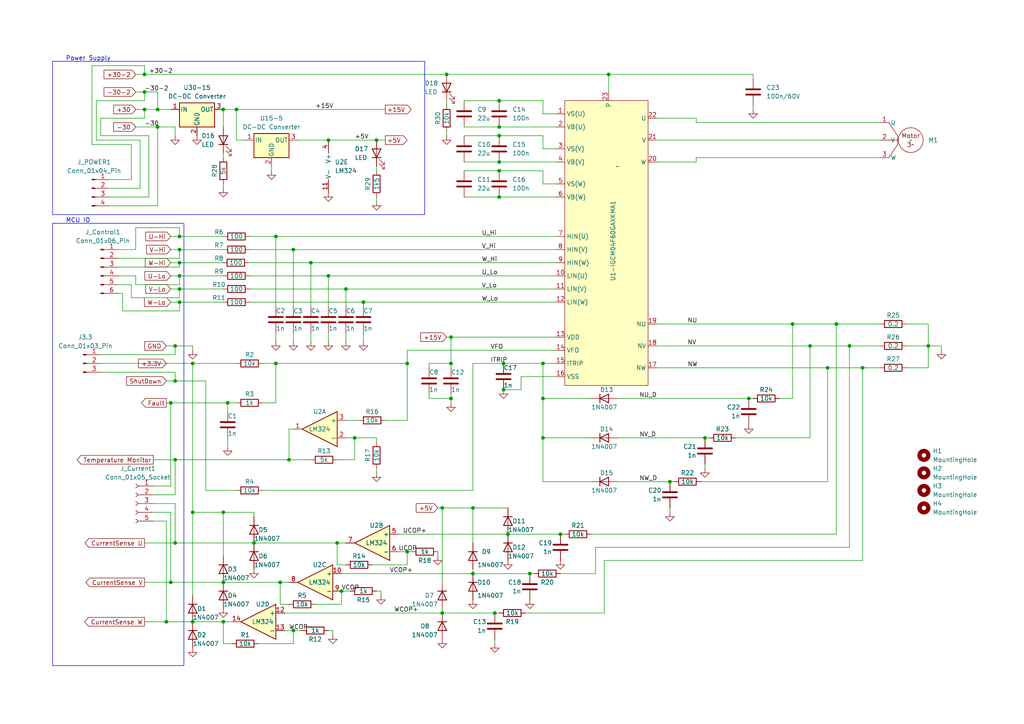
<source format=kicad_sch>
(kicad_sch (version 20230121) (generator eeschema)
  (paper "A4")
  (junction (at 55.88 180.34))
  (junction (at 80.01 68.58))
  (junction (at 146.05 105.41))
  (junction (at 97.79 157.48))
  (junction (at 153.67 166.37))
  (junction (at 55.88 148.59))
  (junction (at 90.17 76.2))
  (junction (at 137.16 166.37))
  (junction (at 130.81 105.41))
  (junction (at 157.48 105.41))
  (junction (at 246.38 100.33))
  (junction (at 68.58 31.75))
  (junction (at 66.04 116.84))
  (junction (at 64.77 31.75))
  (junction (at 52.07 72.39))
  (junction (at 102.87 127))
  (junction (at 55.88 105.41))
  (junction (at 204.47 127))
  (junction (at 50.8 133.35))
  (junction (at 118.11 105.41))
  (junction (at 52.07 76.2))
  (junction (at 81.28 168.91))
  (junction (at 45.72 31.75))
  (junction (at 52.07 68.58))
  (junction (at 85.09 72.39))
  (junction (at 162.56 154.94))
  (junction (at 64.77 168.91))
  (junction (at 194.31 139.7))
  (junction (at 95.25 40.64))
  (junction (at 49.53 116.84))
  (junction (at 129.54 21.59))
  (junction (at 147.32 154.94))
  (junction (at 130.81 115.57))
  (junction (at 80.01 105.41))
  (junction (at 52.07 87.63))
  (junction (at 45.72 36.83))
  (junction (at 105.41 87.63))
  (junction (at 137.16 147.32))
  (junction (at 50.8 157.48))
  (junction (at 85.09 182.88))
  (junction (at 64.77 148.59))
  (junction (at 83.82 133.35))
  (junction (at 50.8 110.49))
  (junction (at 130.81 97.79))
  (junction (at 100.33 83.82))
  (junction (at 144.78 36.83))
  (junction (at 48.26 180.34))
  (junction (at 52.07 83.82))
  (junction (at 144.78 57.15))
  (junction (at 144.78 49.53))
  (junction (at 99.06 171.45))
  (junction (at 52.07 80.01))
  (junction (at 234.95 100.33))
  (junction (at 176.53 21.59))
  (junction (at 41.91 21.59))
  (junction (at 41.91 26.67))
  (junction (at 41.91 31.75))
  (junction (at 143.51 177.8))
  (junction (at 128.27 147.32))
  (junction (at 144.78 46.99))
  (junction (at 242.57 93.98))
  (junction (at 109.22 40.64))
  (junction (at 144.78 39.37))
  (junction (at 217.17 115.57))
  (junction (at 128.27 177.8))
  (junction (at 229.87 93.98))
  (junction (at 157.48 115.57))
  (junction (at 269.24 100.33))
  (junction (at 146.05 113.03))
  (junction (at 118.11 160.02))
  (junction (at 49.53 168.91))
  (junction (at 144.78 29.21))
  (junction (at 157.48 127))
  (junction (at 95.25 80.01))
  (junction (at 73.66 157.48))
  (junction (at 240.03 106.68))
  (junction (at 64.77 180.34))
  (junction (at 250.19 106.68))
  (junction (at 50.8 100.33))
  (wire (pts (xy 43.18 57.15) (xy 43.18 39.37)))
  (wire (pts (xy 128.27 177.8) (xy 143.51 177.8)))
  (wire (pts (xy 27.94 29.21) (xy 41.91 29.21)))
  (wire (pts (xy 45.72 31.75) (xy 49.53 31.75)))
  (wire (pts (xy 95.25 80.01) (xy 95.25 88.9)))
  (wire (pts (xy 234.95 127) (xy 234.95 100.33)))
  (wire (pts (xy 269.24 106.68) (xy 269.24 100.33)))
  (wire (pts (xy 109.22 48.26) (xy 109.22 49.53)))
  (wire (pts (xy 85.09 182.88) (xy 82.55 182.88)))
  (wire (pts (xy 41.91 180.34) (xy 48.26 180.34)))
  (wire (pts (xy 39.37 26.67) (xy 41.91 26.67)))
  (wire (pts (xy 73.66 157.48) (xy 97.79 157.48)))
  (wire (pts (xy 82.55 177.8) (xy 128.27 177.8)))
  (wire (pts (xy 50.8 143.51) (xy 50.8 133.35)))
  (wire (pts (xy 29.21 34.29) (xy 41.91 34.29)))
  (wire (pts (xy 41.91 21.59) (xy 129.54 21.59)))
  (wire (pts (xy 161.29 109.22) (xy 151.13 109.22)))
  (wire (pts (xy 64.77 186.69) (xy 67.31 186.69)))
  (wire (pts (xy 55.88 100.33) (xy 55.88 101.6)))
  (wire (pts (xy 72.39 83.82) (xy 100.33 83.82)))
  (wire (pts (xy 128.27 147.32) (xy 128.27 168.91)))
  (wire (pts (xy 72.39 68.58) (xy 80.01 68.58)))
  (wire (pts (xy 85.09 186.69) (xy 85.09 182.88)))
  (wire (pts (xy 124.46 115.57) (xy 124.46 114.3)))
  (wire (pts (xy 64.77 44.45) (xy 64.77 45.72)))
  (wire (pts (xy 48.26 151.13) (xy 48.26 180.34)))
  (wire (pts (xy 109.22 128.27) (xy 109.22 127)))
  (wire (pts (xy 52.07 86.36) (xy 52.07 83.82)))
  (wire (pts (xy 137.16 147.32) (xy 137.16 157.48)))
  (wire (pts (xy 49.53 148.59) (xy 49.53 168.91)))
  (wire (pts (xy 81.28 168.91) (xy 81.28 175.26)))
  (wire (pts (xy 64.77 31.75) (xy 64.77 36.83)))
  (wire (pts (xy 179.07 139.7) (xy 194.31 139.7)))
  (wire (pts (xy 83.82 124.46) (xy 83.82 133.35)))
  (wire (pts (xy 34.29 74.93) (xy 52.07 74.93)))
  (wire (pts (xy 194.31 139.7) (xy 195.58 139.7)))
  (wire (pts (xy 29.21 107.95) (xy 50.8 107.95)))
  (wire (pts (xy 130.81 115.57) (xy 130.81 114.3)))
  (wire (pts (xy 50.8 36.83) (xy 50.8 39.37)))
  (wire (pts (xy 118.11 160.02) (xy 119.38 160.02)))
  (wire (pts (xy 41.91 157.48) (xy 50.8 157.48)))
  (wire (pts (xy 171.45 139.7) (xy 157.48 139.7)))
  (wire (pts (xy 129.54 97.79) (xy 130.81 97.79)))
  (wire (pts (xy 87.63 182.88) (xy 85.09 182.88)))
  (wire (pts (xy 49.53 76.2) (xy 52.07 76.2)))
  (wire (pts (xy 64.77 68.58) (xy 52.07 68.58)))
  (wire (pts (xy 262.89 93.98) (xy 269.24 93.98)))
  (wire (pts (xy 99.06 171.45) (xy 101.6 171.45)))
  (wire (pts (xy 85.09 96.52) (xy 85.09 99.06)))
  (wire (pts (xy 39.37 72.39) (xy 39.37 66.04)))
  (wire (pts (xy 226.06 115.57) (xy 229.87 115.57)))
  (wire (pts (xy 68.58 31.75) (xy 111.76 31.75)))
  (wire (pts (xy 83.82 168.91) (xy 81.28 168.91)))
  (wire (pts (xy 91.44 175.26) (xy 99.06 175.26)))
  (wire (pts (xy 128.27 176.53) (xy 128.27 177.8)))
  (wire (pts (xy 240.03 106.68) (xy 250.19 106.68)))
  (wire (pts (xy 48.26 116.84) (xy 49.53 116.84)))
  (wire (pts (xy 66.04 127) (xy 66.04 129.54)))
  (wire (pts (xy 201.93 35.56) (xy 255.27 35.56)))
  (wire (pts (xy 137.16 165.1) (xy 137.16 166.37)))
  (wire (pts (xy 55.88 180.34) (xy 64.77 180.34)))
  (wire (pts (xy 130.81 97.79) (xy 161.29 97.79)))
  (wire (pts (xy 109.22 171.45) (xy 110.49 171.45)))
  (wire (pts (xy 39.37 21.59) (xy 41.91 21.59)))
  (wire (pts (xy 152.4 177.8) (xy 175.26 177.8)))
  (wire (pts (xy 144.78 36.83) (xy 161.29 36.83)))
  (wire (pts (xy 179.07 127) (xy 204.47 127)))
  (wire (pts (xy 175.26 177.8) (xy 175.26 162.56)))
  (wire (pts (xy 50.8 157.48) (xy 73.66 157.48)))
  (wire (pts (xy 171.45 115.57) (xy 157.48 115.57)))
  (wire (pts (xy 29.21 102.87) (xy 50.8 102.87)))
  (wire (pts (xy 41.91 26.67) (xy 45.72 26.67)))
  (wire (pts (xy 90.17 133.35) (xy 83.82 133.35)))
  (wire (pts (xy 204.47 134.62) (xy 204.47 135.89)))
  (wire (pts (xy 41.91 168.91) (xy 49.53 168.91)))
  (wire (pts (xy 269.24 93.98) (xy 269.24 100.33)))
  (wire (pts (xy 201.93 45.72) (xy 255.27 45.72)))
  (wire (pts (xy 49.53 83.82) (xy 52.07 83.82)))
  (wire (pts (xy 52.07 83.82) (xy 64.77 83.82)))
  (wire (pts (xy 39.37 82.55) (xy 52.07 82.55)))
  (wire (pts (xy 80.01 105.41) (xy 118.11 105.41)))
  (wire (pts (xy 124.46 105.41) (xy 130.81 105.41)))
  (wire (pts (xy 52.07 82.55) (xy 52.07 80.01)))
  (wire (pts (xy 109.22 135.89) (xy 109.22 137.16)))
  (wire (pts (xy 146.05 113.03) (xy 151.13 113.03)))
  (wire (pts (xy 50.8 110.49) (xy 59.69 110.49)))
  (wire (pts (xy 76.2 116.84) (xy 80.01 116.84)))
  (wire (pts (xy 35.56 85.09) (xy 35.56 90.17)))
  (wire (pts (xy 49.53 140.97) (xy 49.53 116.84)))
  (wire (pts (xy 100.33 163.83) (xy 97.79 163.83)))
  (wire (pts (xy 39.37 80.01) (xy 39.37 82.55)))
  (wire (pts (xy 68.58 40.64) (xy 68.58 31.75)))
  (wire (pts (xy 97.79 157.48) (xy 100.33 157.48)))
  (wire (pts (xy 99.06 175.26) (xy 99.06 171.45)))
  (wire (pts (xy 41.91 31.75) (xy 45.72 31.75)))
  (wire (pts (xy 49.53 116.84) (xy 66.04 116.84)))
  (wire (pts (xy 41.91 34.29) (xy 41.91 31.75)))
  (wire (pts (xy 83.82 124.46) (xy 85.09 124.46)))
  (wire (pts (xy 157.48 53.34) (xy 157.48 49.53)))
  (wire (pts (xy 80.01 68.58) (xy 161.29 68.58)))
  (wire (pts (xy 269.24 100.33) (xy 273.05 100.33)))
  (wire (pts (xy 171.45 154.94) (xy 242.57 154.94)))
  (wire (pts (xy 76.2 105.41) (xy 80.01 105.41)))
  (wire (pts (xy 38.1 86.36) (xy 52.07 86.36)))
  (wire (pts (xy 31.75 59.69) (xy 45.72 59.69)))
  (wire (pts (xy 34.29 85.09) (xy 35.56 85.09)))
  (wire (pts (xy 49.53 80.01) (xy 52.07 80.01)))
  (wire (pts (xy 55.88 105.41) (xy 68.58 105.41)))
  (wire (pts (xy 115.57 154.94) (xy 147.32 154.94)))
  (wire (pts (xy 218.44 22.86) (xy 218.44 21.59)))
  (wire (pts (xy 153.67 166.37) (xy 154.94 166.37)))
  (wire (pts (xy 26.67 19.05) (xy 41.91 19.05)))
  (wire (pts (xy 262.89 106.68) (xy 269.24 106.68)))
  (wire (pts (xy 59.69 142.24) (xy 68.58 142.24)))
  (wire (pts (xy 144.78 39.37) (xy 134.62 39.37)))
  (wire (pts (xy 96.52 182.88) (xy 96.52 184.15)))
  (wire (pts (xy 129.54 29.21) (xy 129.54 30.48)))
  (wire (pts (xy 38.1 52.07) (xy 38.1 41.91)))
  (wire (pts (xy 68.58 116.84) (xy 66.04 116.84)))
  (wire (pts (xy 72.39 72.39) (xy 85.09 72.39)))
  (wire (pts (xy 97.79 163.83) (xy 97.79 157.48)))
  (wire (pts (xy 44.45 140.97) (xy 49.53 140.97)))
  (wire (pts (xy 130.81 97.79) (xy 130.81 105.41)))
  (wire (pts (xy 80.01 116.84) (xy 80.01 105.41)))
  (wire (pts (xy 55.88 172.72) (xy 55.88 148.59)))
  (wire (pts (xy 100.33 96.52) (xy 100.33 99.06)))
  (wire (pts (xy 31.75 54.61) (xy 40.64 54.61)))
  (wire (pts (xy 100.33 127) (xy 102.87 127)))
  (wire (pts (xy 34.29 77.47) (xy 52.07 77.47)))
  (wire (pts (xy 52.07 87.63) (xy 64.77 87.63)))
  (wire (pts (xy 49.53 72.39) (xy 52.07 72.39)))
  (wire (pts (xy 234.95 100.33) (xy 246.38 100.33)))
  (wire (pts (xy 201.93 45.72) (xy 201.93 46.99)))
  (wire (pts (xy 143.51 177.8) (xy 144.78 177.8)))
  (wire (pts (xy 203.2 139.7) (xy 240.03 139.7)))
  (wire (pts (xy 100.33 83.82) (xy 100.33 88.9)))
  (wire (pts (xy 144.78 49.53) (xy 134.62 49.53)))
  (wire (pts (xy 38.1 41.91) (xy 26.67 41.91)))
  (wire (pts (xy 44.45 146.05) (xy 50.8 146.05)))
  (wire (pts (xy 194.31 147.32) (xy 194.31 148.59)))
  (wire (pts (xy 128.27 147.32) (xy 137.16 147.32)))
  (wire (pts (xy 90.17 96.52) (xy 90.17 99.06)))
  (wire (pts (xy 162.56 166.37) (xy 172.72 166.37)))
  (wire (pts (xy 52.07 80.01) (xy 64.77 80.01)))
  (wire (pts (xy 76.2 142.24) (xy 137.16 142.24)))
  (wire (pts (xy 100.33 83.82) (xy 161.29 83.82)))
  (wire (pts (xy 64.77 180.34) (xy 64.77 186.69)))
  (wire (pts (xy 157.48 39.37) (xy 144.78 39.37)))
  (wire (pts (xy 246.38 100.33) (xy 255.27 100.33)))
  (wire (pts (xy 39.37 36.83) (xy 45.72 36.83)))
  (wire (pts (xy 129.54 38.1) (xy 129.54 39.37)))
  (wire (pts (xy 242.57 93.98) (xy 255.27 93.98)))
  (wire (pts (xy 157.48 115.57) (xy 157.48 127)))
  (wire (pts (xy 26.67 41.91) (xy 26.67 19.05)))
  (wire (pts (xy 45.72 59.69) (xy 45.72 36.83)))
  (wire (pts (xy 213.36 127) (xy 234.95 127)))
  (wire (pts (xy 134.62 36.83) (xy 144.78 36.83)))
  (wire (pts (xy 90.17 76.2) (xy 161.29 76.2)))
  (wire (pts (xy 49.53 87.63) (xy 52.07 87.63)))
  (wire (pts (xy 137.16 147.32) (xy 147.32 147.32)))
  (wire (pts (xy 124.46 115.57) (xy 130.81 115.57)))
  (wire (pts (xy 59.69 110.49) (xy 59.69 142.24)))
  (wire (pts (xy 41.91 19.05) (xy 41.91 21.59)))
  (wire (pts (xy 48.26 180.34) (xy 55.88 180.34)))
  (wire (pts (xy 190.5 93.98) (xy 229.87 93.98)))
  (wire (pts (xy 127 147.32) (xy 128.27 147.32)))
  (wire (pts (xy 45.72 36.83) (xy 50.8 36.83)))
  (wire (pts (xy 78.74 49.53) (xy 78.74 48.26)))
  (wire (pts (xy 105.41 96.52) (xy 105.41 99.06)))
  (wire (pts (xy 130.81 105.41) (xy 130.81 106.68)))
  (wire (pts (xy 190.5 106.68) (xy 240.03 106.68)))
  (wire (pts (xy 95.25 40.64) (xy 109.22 40.64)))
  (wire (pts (xy 157.48 29.21) (xy 144.78 29.21)))
  (wire (pts (xy 109.22 40.64) (xy 111.76 40.64)))
  (wire (pts (xy 90.17 76.2) (xy 90.17 88.9)))
  (wire (pts (xy 64.77 168.91) (xy 81.28 168.91)))
  (wire (pts (xy 179.07 115.57) (xy 217.17 115.57)))
  (wire (pts (xy 118.11 160.02) (xy 115.57 160.02)))
  (wire (pts (xy 52.07 76.2) (xy 64.5988 76.2)))
  (wire (pts (xy 144.78 46.99) (xy 161.29 46.99)))
  (wire (pts (xy 52.07 90.17) (xy 52.07 87.63)))
  (wire (pts (xy 50.8 102.87) (xy 50.8 100.33)))
  (wire (pts (xy 137.16 166.37) (xy 153.67 166.37)))
  (wire (pts (xy 201.93 46.99) (xy 190.5 46.99)))
  (wire (pts (xy 102.87 133.35) (xy 97.79 133.35)))
  (wire (pts (xy 201.93 35.56) (xy 201.93 34.29)))
  (wire (pts (xy 109.22 127) (xy 102.87 127)))
  (wire (pts (xy 45.72 26.67) (xy 45.72 31.75)))
  (wire (pts (xy 144.78 29.21) (xy 134.62 29.21)))
  (wire (pts (xy 39.37 66.04) (xy 52.07 66.04)))
  (wire (pts (xy 118.11 121.92) (xy 118.11 105.41)))
  (wire (pts (xy 118.11 105.41) (xy 118.11 101.6)))
  (wire (pts (xy 161.29 33.02) (xy 157.48 33.02)))
  (wire (pts (xy 134.62 57.15) (xy 144.78 57.15)))
  (wire (pts (xy 157.48 49.53) (xy 144.78 49.53)))
  (wire (pts (xy 81.28 175.26) (xy 83.82 175.26)))
  (wire (pts (xy 118.11 101.6) (xy 161.29 101.6)))
  (wire (pts (xy 29.21 39.37) (xy 29.21 34.29)))
  (wire (pts (xy 44.45 148.59) (xy 49.53 148.59)))
  (wire (pts (xy 52.07 77.47) (xy 52.07 76.2)))
  (wire (pts (xy 66.04 116.84) (xy 66.04 119.38)))
  (wire (pts (xy 52.07 68.58) (xy 49.53 68.58)))
  (wire (pts (xy 105.41 87.63) (xy 105.41 88.9)))
  (wire (pts (xy 102.87 127) (xy 102.87 133.35)))
  (wire (pts (xy 73.66 148.59) (xy 73.66 149.86)))
  (wire (pts (xy 27.94 40.64) (xy 27.94 29.21)))
  (wire (pts (xy 50.8 133.35) (xy 83.82 133.35)))
  (wire (pts (xy 250.19 106.68) (xy 255.27 106.68)))
  (wire (pts (xy 55.88 105.41) (xy 55.88 148.59)))
  (wire (pts (xy 161.29 53.34) (xy 157.48 53.34)))
  (wire (pts (xy 86.36 40.64) (xy 95.25 40.64)))
  (wire (pts (xy 52.07 66.04) (xy 52.07 68.58)))
  (wire (pts (xy 64.77 148.59) (xy 64.77 161.29)))
  (wire (pts (xy 157.48 127) (xy 171.45 127)))
  (wire (pts (xy 129.54 21.59) (xy 176.53 21.59)))
  (wire (pts (xy 50.8 107.95) (xy 50.8 110.49)))
  (wire (pts (xy 161.29 43.18) (xy 157.48 43.18)))
  (wire (pts (xy 204.47 127) (xy 205.74 127)))
  (wire (pts (xy 52.07 74.93) (xy 52.07 72.39)))
  (wire (pts (xy 105.41 87.63) (xy 161.29 87.63)))
  (wire (pts (xy 118.11 163.83) (xy 118.11 160.02)))
  (wire (pts (xy 50.8 100.33) (xy 55.88 100.33)))
  (wire (pts (xy 190.5 34.29) (xy 201.93 34.29)))
  (wire (pts (xy 161.29 80.01) (xy 95.25 80.01)))
  (wire (pts (xy 176.53 21.59) (xy 218.44 21.59)))
  (wire (pts (xy 85.09 72.39) (xy 85.09 88.9)))
  (wire (pts (xy 109.22 57.15) (xy 109.22 58.42)))
  (wire (pts (xy 172.72 166.37) (xy 172.72 158.75)))
  (wire (pts (xy 161.29 72.39) (xy 85.09 72.39)))
  (wire (pts (xy 269.24 100.33) (xy 262.89 100.33)))
  (wire (pts (xy 134.62 46.99) (xy 144.78 46.99)))
  (wire (pts (xy 229.87 115.57) (xy 229.87 93.98)))
  (wire (pts (xy 157.48 33.02) (xy 157.48 29.21)))
  (wire (pts (xy 48.26 110.49) (xy 50.8 110.49)))
  (wire (pts (xy 157.48 105.41) (xy 157.48 115.57)))
  (wire (pts (xy 72.39 80.01) (xy 95.25 80.01)))
  (wire (pts (xy 43.18 39.37) (xy 29.21 39.37)))
  (wire (pts (xy 38.1 82.55) (xy 38.1 86.36)))
  (wire (pts (xy 157.48 43.18) (xy 157.48 39.37)))
  (wire (pts (xy 229.87 93.98) (xy 242.57 93.98)))
  (wire (pts (xy 80.01 68.58) (xy 80.01 88.9)))
  (wire (pts (xy 250.19 106.68) (xy 250.19 162.56)))
  (wire (pts (xy 35.56 90.17) (xy 52.07 90.17)))
  (wire (pts (xy 127 160.02) (xy 127 161.29)))
  (wire (pts (xy 144.78 57.15) (xy 161.29 57.15)))
  (wire (pts (xy 137.16 142.24) (xy 137.16 105.41)))
  (wire (pts (xy 41.91 29.21) (xy 41.91 26.67)))
  (wire (pts (xy 52.07 72.39) (xy 64.77 72.39)))
  (wire (pts (xy 95.25 96.52) (xy 95.25 99.06)))
  (wire (pts (xy 190.5 40.64) (xy 255.27 40.64)))
  (wire (pts (xy 137.16 105.41) (xy 146.05 105.41)))
  (wire (pts (xy 31.75 57.15) (xy 43.18 57.15)))
  (wire (pts (xy 64.77 148.59) (xy 73.66 148.59)))
  (wire (pts (xy 111.76 121.92) (xy 118.11 121.92)))
  (wire (pts (xy 147.32 154.94) (xy 162.56 154.94)))
  (wire (pts (xy 80.01 96.52) (xy 80.01 99.06)))
  (wire (pts (xy 130.81 116.84) (xy 130.81 115.57)))
  (wire (pts (xy 146.05 105.41) (xy 157.48 105.41)))
  (wire (pts (xy 95.25 182.88) (xy 96.52 182.88)))
  (wire (pts (xy 273.05 100.33) (xy 273.05 101.6)))
  (wire (pts (xy 190.5 100.33) (xy 234.95 100.33)))
  (wire (pts (xy 246.38 158.75) (xy 246.38 100.33)))
  (wire (pts (xy 64.77 53.34) (xy 64.77 54.61)))
  (wire (pts (xy 71.12 40.64) (xy 68.58 40.64)))
  (wire (pts (xy 74.93 186.69) (xy 85.09 186.69)))
  (wire (pts (xy 143.51 185.42) (xy 143.51 186.69)))
  (wire (pts (xy 107.95 163.83) (xy 118.11 163.83)))
  (wire (pts (xy 39.37 31.75) (xy 41.91 31.75)))
  (wire (pts (xy 55.88 148.59) (xy 64.77 148.59)))
  (wire (pts (xy 110.49 171.45) (xy 110.49 172.72)))
  (wire (pts (xy 124.46 106.68) (xy 124.46 105.41)))
  (wire (pts (xy 34.29 72.39) (xy 39.37 72.39)))
  (wire (pts (xy 162.56 154.94) (xy 163.83 154.94)))
  (wire (pts (xy 31.75 52.07) (xy 38.1 52.07)))
  (wire (pts (xy 44.45 133.35) (xy 50.8 133.35)))
  (wire (pts (xy 49.53 168.91) (xy 64.77 168.91)))
  (wire (pts (xy 48.26 100.33) (xy 50.8 100.33)))
  (wire (pts (xy 240.03 139.7) (xy 240.03 106.68)))
  (wire (pts (xy 157.48 139.7) (xy 157.48 127)))
  (wire (pts (xy 29.21 105.41) (xy 55.88 105.41)))
  (wire (pts (xy 44.45 151.13) (xy 48.26 151.13)))
  (wire (pts (xy 40.64 54.61) (xy 40.64 40.64)))
  (wire (pts (xy 100.33 121.92) (xy 104.14 121.92)))
  (wire (pts (xy 72.39 87.63) (xy 105.41 87.63)))
  (wire (pts (xy 99.06 166.37) (xy 137.16 166.37)))
  (wire (pts (xy 175.26 162.56) (xy 250.19 162.56)))
  (wire (pts (xy 34.29 82.55) (xy 38.1 82.55)))
  (wire (pts (xy 218.44 30.48) (xy 218.44 31.75)))
  (wire (pts (xy 34.29 80.01) (xy 39.37 80.01)))
  (wire (pts (xy 67.31 180.34) (xy 64.77 180.34)))
  (wire (pts (xy 44.45 143.51) (xy 50.8 143.51)))
  (wire (pts (xy 217.17 115.57) (xy 218.44 115.57)))
  (wire (pts (xy 176.53 21.59) (xy 176.53 26.67)))
  (wire (pts (xy 64.77 31.75) (xy 68.58 31.75)))
  (wire (pts (xy 157.48 105.41) (xy 161.29 105.41)))
  (wire (pts (xy 50.8 146.05) (xy 50.8 157.48)))
  (wire (pts (xy 151.13 109.22) (xy 151.13 113.03)))
  (wire (pts (xy 40.64 40.64) (xy 27.94 40.64)))
  (wire (pts (xy 242.57 93.98) (xy 242.57 154.94)))
  (wire (pts (xy 72.2188 76.2) (xy 90.17 76.2)))
  (wire (pts (xy 172.72 158.75) (xy 246.38 158.75)))
  (rectangle (start 15.24 17.78) (end 123.19 62.23))
  (rectangle (start 15.24 64.77) (end 53.34 193.04))
  (text "MCU IO" (at 19.05 64.77 0) (effects (font (size 1.27 1.27)) (justify left bottom)))
  (text "Power Supply" (at 19.05 17.78 0) (effects (font (size 1.27 1.27)) (justify left bottom)))
  (label "W_Hi" (at 139.7 76.2 0))
  (label "+5V" (at 102.87 40.64 0))
  (label "V_Hi" (at 139.7 72.39 0))
  (label "UCOP+" (at 116.84 154.94 0))
  (label "NV" (at 199.39 100.33 0))
  (label "UCOP-" (at 115.57 160.02 0))
  (label "-30" (at 41.91 36.83 0))
  (label "V_Lo" (at 139.7 83.82 0))
  (label "NW_D" (at 185.42 139.7 0))
  (label "NW" (at 199.39 106.68 0))
  (label "NV_D" (at 185.42 127 0))
  (label "VFO" (at 142.24 101.6 0))
  (label "+30-2" (at 43.18 21.59 0))
  (label "NU" (at 199.39 93.98 0))
  (label "WCOP-" (at 83.82 182.88 0))
  (label "W_Lo" (at 139.7 87.63 0))
  (label "U_Hi" (at 139.7 68.58 0))
  (label "VCOP-" (at 99.06 171.45 0))
  (label "-30-2" (at 41.91 26.67 0))
  (label "WCOP+" (at 114.3 177.8 0))
  (label "NU_D" (at 185.42 115.57 0))
  (label "ITRIP" (at 142.24 105.41 0))
  (label "VCOP+" (at 113.03 166.37 0))
  (label "+15V" (at 91.44 31.75 0))
  (label "U_Lo" (at 139.7 80.01 0))
  (global_label "+30" (shape input) (at 39.37 31.75 180) (property "Intersheetrefs" "${INTERSHEET_REFS}" (effects hide)))
  (global_label "Temperature Monitor" (shape output) (at 44.45 133.35 180) (property "Intersheetrefs" "${INTERSHEET_REFS}" (effects hide)))
  (global_label "-30" (shape input) (at 39.37 36.83 180) (property "Intersheetrefs" "${INTERSHEET_REFS}" (effects hide)))
  (global_label "V-Lo" (shape input) (at 49.53 83.82 180) (property "Intersheetrefs" "${INTERSHEET_REFS}" (effects hide)))
  (global_label "+5V" (shape input) (at 127 147.32 180) (property "Intersheetrefs" "${INTERSHEET_REFS}" (effects hide)))
  (global_label "+30-2" (shape input) (at 39.37 21.59 180) (property "Intersheetrefs" "${INTERSHEET_REFS}" (effects hide)))
  (global_label "-30-2" (shape input) (at 39.37 26.67 180) (property "Intersheetrefs" "${INTERSHEET_REFS}" (effects hide)))
  (global_label "CurrentSense U" (shape output) (at 41.91 157.48 180) (property "Intersheetrefs" "${INTERSHEET_REFS}" (effects hide)))
  (global_label "U-Hi" (shape input) (at 49.53 68.58 180) (property "Intersheetrefs" "${INTERSHEET_REFS}" (effects hide)))
  (global_label "W-Hi" (shape input) (at 49.53 76.2 180) (property "Intersheetrefs" "${INTERSHEET_REFS}" (effects hide)))
  (global_label "+15V" (shape input) (at 129.54 97.79 180) (property "Intersheetrefs" "${INTERSHEET_REFS}" (effects hide)))
  (global_label "+5V" (shape output) (at 111.76 40.64 0) (property "Intersheetrefs" "${INTERSHEET_REFS}" (effects hide)))
  (global_label "Fault" (shape output) (at 48.26 116.84 180) (property "Intersheetrefs" "${INTERSHEET_REFS}" (effects hide)))
  (global_label "CurrentSense V" (shape output) (at 41.91 168.91 180) (property "Intersheetrefs" "${INTERSHEET_REFS}" (effects hide)))
  (global_label "W-Lo" (shape input) (at 49.53 87.63 180) (property "Intersheetrefs" "${INTERSHEET_REFS}" (effects hide)))
  (global_label "+15V" (shape output) (at 111.76 31.75 0) (property "Intersheetrefs" "${INTERSHEET_REFS}" (effects hide)))
  (global_label "U-Lo" (shape input) (at 49.53 80.01 180) (property "Intersheetrefs" "${INTERSHEET_REFS}" (effects hide)))
  (global_label "ShutDown" (shape input) (at 48.26 110.49 180) (property "Intersheetrefs" "${INTERSHEET_REFS}" (effects hide)))
  (global_label "CurrentSense W" (shape output) (at 41.91 180.34 180) (property "Intersheetrefs" "${INTERSHEET_REFS}" (effects hide)))
  (global_label "+3.3V" (shape input) (at 48.26 105.41 180) (property "Intersheetrefs" "${INTERSHEET_REFS}" (effects hide)))
  (global_label "GND" (shape input) (at 48.26 100.33 180) (property "Intersheetrefs" "${INTERSHEET_REFS}" (effects hide)))
  (global_label "V-Hi" (shape input) (at 49.53 72.39 180) (property "Intersheetrefs" "${INTERSHEET_REFS}" (effects hide)))
  (symbol (lib_id "Device:D") (at 175.26 115.57 0) (unit 1)
    (property "Reference" "D13" (at 173.99 113.03 0) (effects (justify left)))
    (property "Value" "1N4007" (at 171.45 118.11 0) (effects (justify left)))
    (property "Footprint" "Diode_SMD:D_SOD-323" (effects hide))
    (property "Sim.Device" "D" (effects hide))
    (property "Sim.Pins" "1=K 2=A" (effects hide))
  )
  (symbol (lib_id "Connector:Conn_01x03_Pin") (at 24.13 105.41 0) (unit 1)
    (property "Reference" "J3.3" (at 24.765 97.79 0))
    (property "Value" "Conn_01x03_Pin" (at 24.765 100.33 0))
    (property "Footprint" "Connector_PinHeader_2.54mm:PinHeader_1x03_P2.54mm_Vertical" (effects hide))
  )
  (symbol (lib_id "Mechanical:MountingHole") (at 267.97 142.24 0) (unit 1)
    (property "Reference" "H3" (at 270.51 140.97 0) (effects (justify left)))
    (property "Value" "MountingHole" (at 270.51 143.51 0) (effects (justify left)))
    (property "Footprint" "MountingHole:MountingHole_3.5mm" (effects hide))
  )
  (symbol (lib_id "Device:D") (at 55.88 184.15 270) (unit 1)
    (property "Reference" "D2" (at 57.15 184.15 90) (effects (justify left)))
    (property "Value" "1N4007" (at 55.88 186.69 90) (effects (justify left)))
    (property "Footprint" "Diode_SMD:D_SOD-323" (effects hide))
    (property "Sim.Device" "D" (effects hide))
    (property "Sim.Pins" "1=K 2=A" (effects hide))
  )
  (symbol (lib_id "power:GND") (at 85.09 99.06 0) (unit 1)
    (property "Reference" "#PWR011" (effects hide))
    (property "Value" "GND" (effects hide))
  )
  (symbol (lib_id "Device:R") (at 72.39 105.41 270) (unit 1)
    (property "Reference" "R2" (at 72.39 102.87 90))
    (property "Value" "10k" (at 72.39 105.41 90))
    (property "Footprint" "Resistor_SMD:R_1206_3216Metric" (effects hide))
  )
  (symbol (lib_id "power:GND") (at 50.8 39.37 0) (unit 1)
    (property "Reference" "#PWR01" (effects hide))
    (property "Value" "GND" (effects hide))
  )
  (symbol (lib_id "power:GND") (at 273.05 101.6 0) (unit 1)
    (property "Reference" "#PWR031" (effects hide))
    (property "Value" "GND" (effects hide))
  )
  (symbol (lib_id "power:GND") (at 128.27 185.42 0) (unit 1)
    (property "Reference" "#PWR019" (effects hide))
    (property "Value" "GND" (effects hide))
  )
  (symbol (lib_id "Amplifier_Operational:LM324") (at 74.93 180.34 0) (mirror y) (unit 4)
    (property "Reference" "U2" (at 76.2 175.26 0))
    (property "Value" "LM324" (at 76.2 180.34 0))
    (property "Footprint" "Package_SO:SSOP-14_5.3x6.2mm_P0.65mm" (effects hide))
    (property "Datasheet" "http://www.ti.com/lit/ds/symlink/lm2902-n.pdf" (effects hide))
  )
  (symbol (lib_id "Device:C") (at 66.04 123.19 0) (unit 1)
    (property "Reference" "C1" (at 66.04 120.65 0) (effects (justify left)))
    (property "Value" "1n" (at 66.04 125.73 0) (effects (justify left)))
    (property "Footprint" "Capacitor_SMD:C_1206_3216Metric" (effects hide))
  )
  (symbol (lib_id "Amplifier_Operational:LM324") (at 92.71 124.46 0) (mirror y) (unit 1)
    (property "Reference" "U2" (at 92.71 119.38 0))
    (property "Value" "LM324" (at 92.71 124.46 0))
    (property "Footprint" "Package_SO:SSOP-14_5.3x6.2mm_P0.65mm" (effects hide))
    (property "Datasheet" "http://www.ti.com/lit/ds/symlink/lm2902-n.pdf" (effects hide))
  )
  (symbol (lib_id "Device:R") (at 68.58 83.82 270) (unit 1)
    (property "Reference" "R10" (at 63.5 82.55 90))
    (property "Value" "100" (at 68.58 83.82 90))
    (property "Footprint" "Resistor_SMD:R_1206_3216Metric" (effects hide))
  )
  (symbol (lib_id "power:GND") (at 66.04 129.54 0) (unit 1)
    (property "Reference" "#PWR05" (effects hide))
    (property "Value" "GND" (effects hide))
  )
  (symbol (lib_id "Device:D") (at 64.77 172.72 270) (unit 1)
    (property "Reference" "D4" (at 66.04 172.72 90) (effects (justify left)))
    (property "Value" "1N4007" (at 64.77 175.26 90) (effects (justify left)))
    (property "Footprint" "Diode_SMD:D_SOD-323" (effects hide))
    (property "Sim.Device" "D" (effects hide))
    (property "Sim.Pins" "1=K 2=A" (effects hide))
  )
  (symbol (lib_id "power:GND") (at 105.41 99.06 0) (unit 1)
    (property "Reference" "#PWR017" (effects hide))
    (property "Value" "GND" (effects hide))
  )
  (symbol (lib_id "Device:D") (at 64.77 165.1 270) (unit 1)
    (property "Reference" "D3" (at 66.04 165.1 90) (effects (justify left)))
    (property "Value" "1N4007" (at 64.77 167.64 90) (effects (justify left)))
    (property "Footprint" "Diode_SMD:D_SOD-323" (effects hide))
    (property "Sim.Device" "D" (effects hide))
    (property "Sim.Pins" "1=K 2=A" (effects hide))
  )
  (symbol (lib_id "Device:R") (at 93.98 133.35 270) (unit 1)
    (property "Reference" "R13" (at 93.98 130.81 90))
    (property "Value" "5k" (at 93.98 133.35 90))
    (property "Footprint" "Resistor_SMD:R_1206_3216Metric" (effects hide))
  )
  (symbol (lib_id "power:GND") (at 64.77 176.53 0) (unit 1)
    (property "Reference" "#PWR04" (effects hide))
    (property "Value" "GND" (effects hide))
  )
  (symbol (lib_id "Device:R") (at 123.19 160.02 270) (unit 1)
    (property "Reference" "R18" (at 123.19 162.56 90))
    (property "Value" "1k" (at 123.19 160.02 90))
    (property "Footprint" "Resistor_SMD:R_1206_3216Metric" (effects hide))
  )
  (symbol (lib_id "Device:C") (at 100.33 92.71 0) (unit 1)
    (property "Reference" "C6" (at 100.33 90.17 0) (effects (justify left)))
    (property "Value" "1n" (at 100.33 95.25 0) (effects (justify left)))
    (property "Footprint" "Capacitor_SMD:C_1206_3216Metric" (effects hide))
  )
  (symbol (lib_id "Device:D") (at 73.66 153.67 270) (unit 1)
    (property "Reference" "D5" (at 74.93 153.67 90) (effects (justify left)))
    (property "Value" "1N4007" (at 73.66 156.21 90) (effects (justify left)))
    (property "Footprint" "Diode_SMD:D_SOD-323" (effects hide))
    (property "Sim.Device" "D" (effects hide))
    (property "Sim.Pins" "1=K 2=A" (effects hide))
  )
  (symbol (lib_id "Device:R") (at 259.08 93.98 270) (unit 1)
    (property "Reference" "R25" (at 259.08 91.44 90))
    (property "Value" "0.2" (at 259.08 93.98 90))
    (property "Footprint" "Resistor_THT:R_Axial_DIN0204_L3.6mm_D1.6mm_P1.90mm_Vertical" (effects hide))
  )
  (symbol (lib_id "power:GND") (at 153.67 173.99 0) (unit 1)
    (property "Reference" "#PWR025" (effects hide))
    (property "Value" "GND" (effects hide))
  )
  (symbol (lib_id "Device:C") (at 95.25 92.71 0) (unit 1)
    (property "Reference" "C5" (at 95.25 90.17 0) (effects (justify left)))
    (property "Value" "1n" (at 95.25 95.25 0) (effects (justify left)))
    (property "Footprint" "Capacitor_SMD:C_1206_3216Metric" (effects hide))
  )
  (symbol (lib_id "power:GND") (at 64.77 54.61 0) (unit 1)
    (property "Reference" "#PWR033" (effects hide))
    (property "Value" "GND" (effects hide))
  )
  (symbol (lib_id "power:GND") (at 137.16 173.99 0) (unit 1)
    (property "Reference" "#PWR020" (effects hide))
    (property "Value" "GND" (effects hide))
  )
  (symbol (lib_id "power:GND") (at 95.25 99.06 0) (unit 1)
    (property "Reference" "#PWR015" (effects hide))
    (property "Value" "GND" (effects hide))
  )
  (symbol (lib_id "power:GND") (at 204.47 135.89 0) (unit 1)
    (property "Reference" "#PWR028" (effects hide))
    (property "Value" "GND" (effects hide))
  )
  (symbol (lib_id "Device:C") (at 144.78 53.34 0) (unit 1)
    (property "Reference" "C16" (at 148.59 52.07 0) (effects (justify left)))
    (property "Value" "100n" (at 148.59 54.61 0) (effects (justify left)))
    (property "Footprint" "Capacitor_SMD:C_1206_3216Metric" (effects hide))
  )
  (symbol (lib_id "Device:C") (at 80.01 92.71 0) (unit 1)
    (property "Reference" "C2" (at 80.01 90.17 0) (effects (justify left)))
    (property "Value" "1n" (at 80.01 95.25 0) (effects (justify left)))
    (property "Footprint" "Capacitor_SMD:C_1206_3216Metric" (effects hide))
  )
  (symbol (lib_id "Regulator_Linear:L7812") (at 78.74 40.64 0) (unit 1)
    (property "Reference" "U15-5" (at 78.74 34.29 0))
    (property "Value" "DC-DC Converter" (at 78.74 36.83 0))
    (property "Footprint" "Connector_PinHeader_2.54mm:PinHeader_1x03_P2.54mm_Vertical" (effects hide))
    (property "Datasheet" "http://www.st.com/content/ccc/resource/technical/document/datasheet/41/4f/b3/b0/12/d4/47/88/CD00000444.pdf/files/CD00000444.pdf/jcr:content/translations/en.CD00000444.pdf" (effects hide))
  )
  (symbol (lib_id "Device:R") (at 259.08 100.33 270) (unit 1)
    (property "Reference" "R26" (at 259.08 97.79 90))
    (property "Value" "0.2" (at 259.08 100.33 90))
    (property "Footprint" "Resistor_THT:R_Axial_DIN0204_L3.6mm_D1.6mm_P1.90mm_Vertical" (effects hide))
  )
  (symbol (lib_id "Device:R") (at 68.58 87.63 270) (unit 1)
    (property "Reference" "R11" (at 63.5 86.36 90))
    (property "Value" "100" (at 68.58 87.63 90))
    (property "Footprint" "Resistor_SMD:R_1206_3216Metric" (effects hide))
  )
  (symbol (lib_id "Device:R") (at 209.55 127 270) (unit 1)
    (property "Reference" "R23" (at 209.55 124.46 90))
    (property "Value" "10k" (at 209.55 127 90))
    (property "Footprint" "Resistor_SMD:R_1206_3216Metric" (effects hide))
  )
  (symbol (lib_id "Device:R") (at 105.41 171.45 270) (unit 1)
    (property "Reference" "R15" (at 105.41 173.99 90))
    (property "Value" "1k" (at 105.41 171.45 90))
    (property "Footprint" "Resistor_SMD:R_1206_3216Metric" (effects hide))
  )
  (symbol (lib_id "power:GND") (at 146.05 113.03 0) (unit 1)
    (property "Reference" "#PWR024" (effects hide))
    (property "Value" "GND" (effects hide))
  )
  (symbol (lib_id "Amplifier_Operational:LM324") (at 97.79 48.26 0) (unit 5)
    (property "Reference" "U2" (at 99.06 46.99 0))
    (property "Value" "LM324" (at 100.33 49.53 0))
    (property "Footprint" "Package_SO:SSOP-14_5.3x6.2mm_P0.65mm" (effects hide))
    (property "Datasheet" "http://www.ti.com/lit/ds/symlink/lm2902-n.pdf" (effects hide))
  )
  (symbol (lib_id "Device:C") (at 90.17 92.71 0) (unit 1)
    (property "Reference" "C4" (at 90.17 90.17 0) (effects (justify left)))
    (property "Value" "1n" (at 90.17 95.25 0) (effects (justify left)))
    (property "Footprint" "Capacitor_SMD:C_1206_3216Metric" (effects hide))
  )
  (symbol (lib_id "power:GND") (at 109.22 137.16 0) (unit 1)
    (property "Reference" "#PWR012" (effects hide))
    (property "Value" "GND" (effects hide))
  )
  (symbol (lib_id "Device:R") (at 107.95 121.92 270) (unit 1)
    (property "Reference" "R16" (at 107.95 119.38 90))
    (property "Value" "10k" (at 107.95 121.92 90))
    (property "Footprint" "Resistor_SMD:R_1206_3216Metric" (effects hide))
  )
  (symbol (lib_id "Device:C") (at 105.41 92.71 0) (unit 1)
    (property "Reference" "C7" (at 105.41 90.17 0) (effects (justify left)))
    (property "Value" "1n" (at 105.41 95.25 0) (effects (justify left)))
    (property "Footprint" "Capacitor_SMD:C_1206_3216Metric" (effects hide))
  )
  (symbol (lib_id "Device:LED") (at 129.54 25.4 90) (unit 1)
    (property "Reference" "D18" (at 123.19 24.13 90) (effects (justify right)))
    (property "Value" "LED" (at 123.19 26.67 90) (effects (justify right)))
    (property "Footprint" "LED_SMD:LED_1206_3216Metric" (effects hide))
  )
  (symbol (lib_id "power:GND") (at 147.32 162.56 0) (unit 1)
    (property "Reference" "#PWR023" (effects hide))
    (property "Value" "GND" (effects hide))
  )
  (symbol (lib_id "power:GND") (at 217.17 123.19 0) (unit 1)
    (property "Reference" "#PWR029" (effects hide))
    (property "Value" "GND" (effects hide))
  )
  (symbol (lib_id "Device:R") (at 148.59 177.8 270) (unit 1)
    (property "Reference" "R19" (at 148.59 180.34 90))
    (property "Value" "10k" (at 148.59 177.8 90))
    (property "Footprint" "Resistor_SMD:R_1206_3216Metric" (effects hide))
  )
  (symbol (lib_id "Device:C") (at 124.46 110.49 0) (unit 1)
    (property "Reference" "C8" (at 124.46 107.95 0) (effects (justify left)))
    (property "Value" "1n" (at 124.46 113.03 0) (effects (justify left)))
    (property "Footprint" "Capacitor_SMD:C_1206_3216Metric" (effects hide))
  )
  (symbol (lib_id "Device:LED") (at 109.22 44.45 90) (unit 1)
    (property "Reference" "D17" (at 102.87 43.18 90) (effects (justify right)))
    (property "Value" "LED" (at 102.87 45.72 90) (effects (justify right)))
    (property "Footprint" "LED_SMD:LED_1206_3216Metric" (effects hide))
  )
  (symbol (lib_id "power:GND") (at 127 161.29 0) (unit 1)
    (property "Reference" "#PWR018" (effects hide))
    (property "Value" "GND" (effects hide))
  )
  (symbol (lib_id "Device:R") (at 158.75 166.37 270) (unit 1)
    (property "Reference" "R20" (at 158.75 168.91 90))
    (property "Value" "10k" (at 158.75 166.37 90))
    (property "Footprint" "Resistor_SMD:R_1206_3216Metric" (effects hide))
  )
  (symbol (lib_id "power:GND") (at 162.56 162.56 0) (unit 1)
    (property "Reference" "#PWR026" (effects hide))
    (property "Value" "GND" (effects hide))
  )
  (symbol (lib_id "Device:R") (at 109.22 132.08 180) (unit 1)
    (property "Reference" "R17" (at 106.68 132.08 90))
    (property "Value" "10k" (at 109.22 132.08 90))
    (property "Footprint" "Resistor_SMD:R_1206_3216Metric" (effects hide))
  )
  (symbol (lib_id "Device:C") (at 217.17 119.38 0) (unit 1)
    (property "Reference" "C22" (at 210.82 118.11 0) (effects (justify left)))
    (property "Value" "1n" (at 212.09 120.65 0) (effects (justify left)))
    (property "Footprint" "Capacitor_SMD:C_1206_3216Metric" (effects hide))
  )
  (symbol (lib_id "Device:R") (at 68.58 72.39 270) (unit 1)
    (property "Reference" "R7" (at 63.5 71.12 90))
    (property "Value" "100" (at 68.58 72.39 90))
    (property "Footprint" "Resistor_SMD:R_1206_3216Metric" (effects hide))
  )
  (symbol (lib_id "Device:C") (at 85.09 92.71 0) (unit 1)
    (property "Reference" "C3" (at 85.09 90.17 0) (effects (justify left)))
    (property "Value" "1n" (at 85.09 95.25 0) (effects (justify left)))
    (property "Footprint" "Capacitor_SMD:C_1206_3216Metric" (effects hide))
  )
  (symbol (lib_id "power:GND") (at 96.52 184.15 0) (unit 1)
    (property "Reference" "#PWR09" (effects hide))
    (property "Value" "GND" (effects hide))
  )
  (symbol (lib_id "Device:C") (at 194.31 143.51 0) (unit 1)
    (property "Reference" "C20" (at 187.96 142.24 0) (effects (justify left)))
    (property "Value" "1n" (at 189.23 144.78 0) (effects (justify left)))
    (property "Footprint" "Capacitor_SMD:C_1206_3216Metric" (effects hide))
  )
  (symbol (lib_id "Device:D") (at 55.88 176.53 270) (unit 1)
    (property "Reference" "D1" (at 57.15 176.53 90) (effects (justify left)))
    (property "Value" "1N4007" (at 55.88 179.07 90) (effects (justify left)))
    (property "Footprint" "Diode_SMD:D_SOD-323" (effects hide))
    (property "Sim.Device" "D" (effects hide))
    (property "Sim.Pins" "1=K 2=A" (effects hide))
  )
  (symbol (lib_id "power:GND") (at 143.51 186.69 0) (unit 1)
    (property "Reference" "#PWR022" (effects hide))
    (property "Value" "GND" (effects hide))
  )
  (symbol (lib_id "Device:C") (at 144.78 33.02 0) (unit 1)
    (property "Reference" "C14" (at 148.59 31.75 0) (effects (justify left)))
    (property "Value" "100n" (at 148.59 34.29 0) (effects (justify left)))
    (property "Footprint" "Capacitor_SMD:C_1206_3216Metric" (effects hide))
  )
  (symbol (lib_id "Amplifier_Operational:LM324") (at 91.44 168.91 0) (mirror y) (unit 3)
    (property "Reference" "U2" (at 92.71 163.83 0))
    (property "Value" "LM324" (at 92.71 168.91 0))
    (property "Footprint" "Package_SO:SSOP-14_5.3x6.2mm_P0.65mm" (effects hide))
    (property "Datasheet" "http://www.ti.com/lit/ds/symlink/lm2902-n.pdf" (effects hide))
  )
  (symbol (lib_id "power:GND") (at 90.17 99.06 0) (unit 1)
    (property "Reference" "#PWR013" (effects hide))
    (property "Value" "GND" (effects hide))
  )
  (symbol (lib_id "Device:D") (at 175.26 139.7 0) (unit 1)
    (property "Reference" "D15" (at 173.99 137.16 0) (effects (justify left)))
    (property "Value" "1N4007" (at 171.45 142.24 0) (effects (justify left)))
    (property "Footprint" "Diode_SMD:D_SOD-323" (effects hide))
    (property "Sim.Device" "D" (effects hide))
    (property "Sim.Pins" "1=K 2=A" (effects hide))
  )
  (symbol (lib_id "Connector:Conn_01x04_Pin") (at 26.67 54.61 0) (unit 1)
    (property "Reference" "J_POWER1" (at 27.305 46.99 0))
    (property "Value" "Conn_01x04_Pin" (at 27.305 49.53 0))
    (property "Footprint" "Connector_PinHeader_2.54mm:PinHeader_1x04_P2.54mm_Vertical" (effects hide))
  )
  (symbol (lib_id "Connector:Conn_01x05_Socket") (at 39.37 146.05 0) (mirror y) (unit 1)
    (property "Reference" "J_Current1" (at 40.005 135.89 0))
    (property "Value" "Conn_01x05_Socket" (at 40.005 138.43 0))
    (property "Footprint" "Connector_PinHeader_2.54mm:PinHeader_1x05_P2.54mm_Vertical" (effects hide))
  )
  (symbol (lib_id "power:GND") (at 130.81 116.84 0) (unit 1)
    (property "Reference" "#PWR021" (effects hide))
    (property "Value" "GND" (effects hide))
  )
  (symbol (lib_id "power:GND") (at 55.88 101.6 0) (unit 1)
    (property "Reference" "#PWR032" (effects hide))
    (property "Value" "GND" (effects hide))
  )
  (symbol (lib_id "power:GND") (at 57.15 39.37 0) (unit 1)
    (property "Reference" "#PWR03" (effects hide))
    (property "Value" "GND" (effects hide))
  )
  (symbol (lib_id "Device:D") (at 128.27 172.72 270) (unit 1)
    (property "Reference" "D7" (at 123.19 172.72 90) (effects (justify left)))
    (property "Value" "1N4007" (at 119.38 175.26 90) (effects (justify left)))
    (property "Footprint" "Diode_SMD:D_SOD-323" (effects hide))
    (property "Sim.Device" "D" (effects hide))
    (property "Sim.Pins" "1=K 2=A" (effects hide))
  )
  (symbol (lib_id "Device:C") (at 146.05 109.22 0) (unit 1)
    (property "Reference" "C17" (at 146.05 106.68 0) (effects (justify left)))
    (property "Value" "1n" (at 146.05 111.76 0) (effects (justify left)))
    (property "Footprint" "Capacitor_SMD:C_1206_3216Metric" (effects hide))
  )
  (symbol (lib_id "Device:C") (at 134.62 53.34 0) (unit 1)
    (property "Reference" "C11" (at 138.43 52.07 0) (effects (justify left)))
    (property "Value" "22u" (at 138.43 54.61 0) (effects (justify left)))
    (property "Footprint" "Capacitor_THT:C_Radial_D4.0mm_H7.0mm_P1.50mm" (effects hide))
  )
  (symbol (lib_id "Device:C") (at 204.47 130.81 0) (unit 1)
    (property "Reference" "C21" (at 198.12 129.54 0) (effects (justify left)))
    (property "Value" "1n" (at 199.39 132.08 0) (effects (justify left)))
    (property "Footprint" "Capacitor_SMD:C_1206_3216Metric" (effects hide))
  )
  (symbol (lib_id "Device:R") (at 222.25 115.57 270) (unit 1)
    (property "Reference" "R24" (at 222.25 113.03 90))
    (property "Value" "10k" (at 222.25 115.57 90))
    (property "Footprint" "Resistor_SMD:R_1206_3216Metric" (effects hide))
  )
  (symbol (lib_id "Device:D") (at 137.16 170.18 270) (unit 1)
    (property "Reference" "D10" (at 138.43 168.91 90) (effects (justify left)))
    (property "Value" "1N4007" (at 138.43 172.72 90) (effects (justify left)))
    (property "Footprint" "Diode_SMD:D_SOD-323" (effects hide))
    (property "Sim.Device" "D" (effects hide))
    (property "Sim.Pins" "1=K 2=A" (effects hide))
  )
  (symbol (lib_id "Mechanical:MountingHole") (at 267.97 147.32 0) (unit 1)
    (property "Reference" "H4" (at 270.51 146.05 0) (effects (justify left)))
    (property "Value" "MountingHole" (at 270.51 148.59 0) (effects (justify left)))
    (property "Footprint" "MountingHole:MountingHole_3.5mm" (effects hide))
  )
  (symbol (lib_id "Device:C") (at 130.81 110.49 0) (unit 1)
    (property "Reference" "C12" (at 130.81 107.95 0) (effects (justify left)))
    (property "Value" "1n" (at 130.81 113.03 0) (effects (justify left)))
    (property "Footprint" "Capacitor_SMD:C_1206_3216Metric" (effects hide))
  )
  (symbol (lib_id "Device:C") (at 134.62 43.18 0) (unit 1)
    (property "Reference" "C10" (at 138.43 41.91 0) (effects (justify left)))
    (property "Value" "22u" (at 138.43 44.45 0) (effects (justify left)))
    (property "Footprint" "Capacitor_THT:C_Radial_D4.0mm_H7.0mm_P1.50mm" (effects hide))
  )
  (symbol (lib_id "Device:D") (at 147.32 151.13 270) (unit 1)
    (property "Reference" "D11" (at 148.59 151.13 90) (effects (justify left)))
    (property "Value" "1N4007" (at 147.32 153.67 90) (effects (justify left)))
    (property "Footprint" "Diode_SMD:D_SOD-323" (effects hide))
    (property "Sim.Device" "D" (effects hide))
    (property "Sim.Pins" "1=K 2=A" (effects hide))
  )
  (symbol (lib_id "Device:C") (at 144.78 43.18 0) (unit 1)
    (property "Reference" "C15" (at 148.59 41.91 0) (effects (justify left)))
    (property "Value" "100n" (at 148.59 44.45 0) (effects (justify left)))
    (property "Footprint" "Capacitor_SMD:C_1206_3216Metric" (effects hide))
  )
  (symbol (lib_id "Device:R") (at 64.77 49.53 0) (unit 1)
    (property "Reference" "R28" (at 62.23 49.53 90))
    (property "Value" "5k" (at 64.77 49.53 90))
    (property "Footprint" "Resistor_SMD:R_1206_3216Metric" (effects hide))
  )
  (symbol (lib_id "Device:D") (at 175.26 127 0) (unit 1)
    (property "Reference" "D14" (at 173.99 124.46 0) (effects (justify left)))
    (property "Value" "1N4007" (at 171.45 129.54 0) (effects (justify left)))
    (property "Footprint" "Diode_SMD:D_SOD-323" (effects hide))
    (property "Sim.Device" "D" (effects hide))
    (property "Sim.Pins" "1=K 2=A" (effects hide))
  )
  (symbol (lib_id "Connector:Conn_01x06_Pin") (at 29.21 77.47 0) (unit 1)
    (property "Reference" "J_Control1" (at 29.845 67.31 0))
    (property "Value" "Conn_01x06_Pin" (at 29.845 69.85 0))
    (property "Footprint" "Connector_PinHeader_2.54mm:PinHeader_1x06_P2.54mm_Vertical" (effects hide))
  )
  (symbol (lib_id "Device:R") (at 259.08 106.68 270) (unit 1)
    (property "Reference" "R27" (at 259.08 104.14 90))
    (property "Value" "0.2" (at 259.08 106.68 90))
    (property "Footprint" "Resistor_THT:R_Axial_DIN0204_L3.6mm_D1.6mm_P1.90mm_Vertical" (effects hide))
  )
  (symbol (lib_id "Device:R") (at 72.39 142.24 270) (unit 1)
    (property "Reference" "R4" (at 72.39 139.7 90))
    (property "Value" "10k" (at 72.39 142.24 90))
    (property "Footprint" "Resistor_SMD:R_1206_3216Metric" (effects hide))
  )
  (symbol (lib_id "Device:C") (at 153.67 170.18 0) (unit 1)
    (property "Reference" "C18" (at 147.32 168.91 0) (effects (justify left)))
    (property "Value" "1n" (at 148.59 171.45 0) (effects (justify left)))
    (property "Footprint" "Capacitor_SMD:C_1206_3216Metric" (effects hide))
  )
  (symbol (lib_id "power:GND") (at 218.44 31.75 0) (unit 1)
    (property "Reference" "#PWR030" (effects hide))
    (property "Value" "GND" (effects hide))
  )
  (symbol (lib_id "Amplifier_Operational:LM324") (at 107.95 157.48 0) (mirror y) (unit 2)
    (property "Reference" "U2" (at 109.22 152.4 0))
    (property "Value" "LM324" (at 109.22 157.48 0))
    (property "Footprint" "Package_SO:SSOP-14_5.3x6.2mm_P0.65mm" (effects hide))
    (property "Datasheet" "http://www.ti.com/lit/ds/symlink/lm2902-n.pdf" (effects hide))
  )
  (symbol (lib_id "Device:R") (at 72.39 116.84 270) (unit 1)
    (property "Reference" "R3" (at 72.39 114.3 90))
    (property "Value" "1k" (at 72.39 116.84 90))
    (property "Footprint" "Resistor_SMD:R_1206_3216Metric" (effects hide))
  )
  (symbol (lib_id "Device:R") (at 167.64 154.94 270) (unit 1)
    (property "Reference" "R21" (at 167.64 152.4 90))
    (property "Value" "10k" (at 167.64 154.94 90))
    (property "Footprint" "Resistor_SMD:R_1206_3216Metric" (effects hide))
  )
  (symbol (lib_id "Device:R") (at 129.54 34.29 0) (unit 1)
    (property "Reference" "R30" (at 127 34.29 90))
    (property "Value" "10k" (at 129.54 34.29 90))
    (property "Footprint" "Resistor_SMD:R_1206_3216Metric" (effects hide))
  )
  (symbol (lib_id "Device:C") (at 143.51 181.61 0) (unit 1)
    (property "Reference" "C13" (at 137.16 180.34 0) (effects (justify left)))
    (property "Value" "1n" (at 138.43 182.88 0) (effects (justify left)))
    (property "Footprint" "Capacitor_SMD:C_1206_3216Metric" (effects hide))
  )
  (symbol (lib_id "Device:R") (at 68.58 68.58 270) (unit 1)
    (property "Reference" "R6" (at 63.5 67.31 90))
    (property "Value" "100" (at 68.58 68.58 90))
    (property "Footprint" "Resistor_SMD:R_1206_3216Metric" (effects hide))
  )
  (symbol (lib_id "Device:D") (at 137.16 161.29 270) (unit 1)
    (property "Reference" "D9" (at 139.7 160.02 90) (effects (justify left)))
    (property "Value" "1N4007" (at 138.43 163.83 90) (effects (justify left)))
    (property "Footprint" "Diode_SMD:D_SOD-323" (effects hide))
    (property "Sim.Device" "D" (effects hide))
    (property "Sim.Pins" "1=K 2=A" (effects hide))
  )
  (symbol (lib_id "Device:D") (at 128.27 181.61 270) (unit 1)
    (property "Reference" "D8" (at 121.92 181.61 90) (effects (justify left)))
    (property "Value" "1N4007" (at 119.38 184.15 90) (effects (justify left)))
    (property "Footprint" "Diode_SMD:D_SOD-323" (effects hide))
    (property "Sim.Device" "D" (effects hide))
    (property "Sim.Pins" "1=K 2=A" (effects hide))
  )
  (symbol (lib_id "Mechanical:MountingHole") (at 267.97 137.16 0) (unit 1)
    (property "Reference" "H2" (at 270.51 135.89 0) (effects (justify left)))
    (property "Value" "MountingHole" (at 270.51 138.43 0) (effects (justify left)))
    (property "Footprint" "MountingHole:MountingHole_3.5mm" (effects hide))
  )
  (symbol (lib_id "power:GND") (at 129.54 39.37 0) (unit 1)
    (property "Reference" "#PWR035" (effects hide))
    (property "Value" "GND" (effects hide))
  )
  (symbol (lib_id "power:GND") (at 100.33 99.06 0) (unit 1)
    (property "Reference" "#PWR016" (effects hide))
    (property "Value" "GND" (effects hide))
  )
  (symbol (lib_id "Device:C") (at 218.44 26.67 0) (unit 1)
    (property "Reference" "C23" (at 222.25 25.4 0) (effects (justify left)))
    (property "Value" "100n/60V" (at 222.25 27.94 0) (effects (justify left)))
    (property "Footprint" "Capacitor_SMD:C_1206_3216Metric" (effects hide))
  )
  (symbol (lib_id "Device:R") (at 199.39 139.7 270) (unit 1)
    (property "Reference" "R22" (at 199.39 137.16 90))
    (property "Value" "10k" (at 199.39 139.7 90))
    (property "Footprint" "Resistor_SMD:R_1206_3216Metric" (effects hide))
  )
  (symbol (lib_id "Device:R") (at 91.44 182.88 270) (unit 1)
    (property "Reference" "R12" (at 91.44 185.42 90))
    (property "Value" "1k" (at 91.44 182.88 90))
    (property "Footprint" "Resistor_SMD:R_1206_3216Metric" (effects hide))
  )
  (symbol (lib_id "Bridge:InductionMotor") (at 264.16 40.64 0) (unit 1)
    (property "Reference" "M1" (at 269.24 40.64 0) (effects (justify left)))
    (property "Value" "~" (at 264.16 40.64 0))
    (property "Footprint" "Connector_PinHeader_2.54mm:PinHeader_1x03_P2.54mm_Vertical" (effects hide))
  )
  (symbol (lib_id "Device:R") (at 68.4088 76.2 270) (unit 1)
    (property "Reference" "R8" (at 63.5 74.93 90))
    (property "Value" "100" (at 68.4088 76.2 90))
    (property "Footprint" "Resistor_SMD:R_1206_3216Metric" (effects hide))
  )
  (symbol (lib_id "power:GND") (at 194.31 148.59 0) (unit 1)
    (property "Reference" "#PWR027" (effects hide))
    (property "Value" "GND" (effects hide))
  )
  (symbol (lib_id "Device:R") (at 68.58 80.01 270) (unit 1)
    (property "Reference" "R9" (at 63.5 78.74 90))
    (property "Value" "100" (at 68.58 80.01 90))
    (property "Footprint" "Resistor_SMD:R_1206_3216Metric" (effects hide))
  )
  (symbol (lib_id "power:GND") (at 109.22 58.42 0) (unit 1)
    (property "Reference" "#PWR034" (effects hide))
    (property "Value" "GND" (effects hide))
  )
  (symbol (lib_id "power:GND") (at 110.49 172.72 0) (unit 1)
    (property "Reference" "#PWR014" (effects hide))
    (property "Value" "GND" (effects hide))
  )
  (symbol (lib_id "Device:R") (at 71.12 186.69 270) (unit 1)
    (property "Reference" "R1" (at 71.12 184.15 90))
    (property "Value" "10k" (at 71.12 186.69 90))
    (property "Footprint" "Resistor_SMD:R_1206_3216Metric" (effects hide))
  )
  (symbol (lib_id "Device:D") (at 73.66 161.29 270) (unit 1)
    (property "Reference" "D6" (at 74.93 161.29 90) (effects (justify left)))
    (property "Value" "1N4007" (at 73.66 163.83 90) (effects (justify left)))
    (property "Footprint" "Diode_SMD:D_SOD-323" (effects hide))
    (property "Sim.Device" "D" (effects hide))
    (property "Sim.Pins" "1=K 2=A" (effects hide))
  )
  (symbol (lib_id "power:GND") (at 78.74 49.53 0) (unit 1)
    (property "Reference" "#PWR07" (effects hide))
    (property "Value" "GND" (effects hide))
  )
  (symbol (lib_id "Device:R") (at 104.14 163.83 270) (unit 1)
    (property "Reference" "R14" (at 104.14 161.29 90))
    (property "Value" "10k" (at 104.14 163.83 90))
    (property "Footprint" "Resistor_SMD:R_1206_3216Metric" (effects hide))
  )
  (symbol (lib_id "Mechanical:MountingHole") (at 267.97 132.08 0) (unit 1)
    (property "Reference" "H1" (at 270.51 130.81 0) (effects (justify left)))
    (property "Value" "MountingHole" (at 270.51 133.35 0) (effects (justify left)))
    (property "Footprint" "MountingHole:MountingHole_3.5mm" (effects hide))
  )
  (symbol (lib_id "power:GND") (at 80.01 99.06 0) (unit 1)
    (property "Reference" "#PWR010" (effects hide))
    (property "Value" "GND" (effects hide))
  )
  (symbol (lib_id "Device:D") (at 147.32 158.75 270) (unit 1)
    (property "Reference" "D12" (at 148.59 158.75 90) (effects (justify left)))
    (property "Value" "1N4007" (at 147.32 161.29 90) (effects (justify left)))
    (property "Footprint" "Diode_SMD:D_SOD-323" (effects hide))
    (property "Sim.Device" "D" (effects hide))
    (property "Sim.Pins" "1=K 2=A" (effects hide))
  )
  (symbol (lib_id "power:GND") (at 55.88 187.96 0) (unit 1)
    (property "Reference" "#PWR02" (effects hide))
    (property "Value" "GND" (effects hide))
  )
  (symbol (lib_id "power:GND") (at 73.66 165.1 0) (unit 1)
    (property "Reference" "#PWR06" (effects hide))
    (property "Value" "GND" (effects hide))
  )
  (symbol (lib_id "Device:C") (at 134.62 33.02 0) (unit 1)
    (property "Reference" "C9" (at 138.43 31.75 0) (effects (justify left)))
    (property "Value" "22u" (at 138.43 34.29 0) (effects (justify left)))
    (property "Footprint" "Capacitor_THT:C_Radial_D4.0mm_H7.0mm_P1.50mm" (effects hide))
  )
  (symbol (lib_id "Bridge:IGCM04F60GAXKMA1") (at 176.53 71.12 0) (unit 1)
    (property "Reference" "U1-IGCM04F60GAXKMA1" (at 177.8 69.85 90))
    (property "Value" "~" (at 179.07 48.26 0))
    (property "Footprint" "Bridge:IGCM04F60GAXKMA1" (effects hide))
  )
  (symbol (lib_id "power:GND") (at 95.25 55.88 0) (unit 1)
    (property "Reference" "#PWR08" (effects hide))
    (property "Value" "GND" (effects hide))
  )
  (symbol (lib_id "Device:R") (at 109.22 53.34 0) (unit 1)
    (property "Reference" "R29" (at 106.68 53.34 90))
    (property "Value" "1k5" (at 109.22 53.34 90))
    (property "Footprint" "Resistor_SMD:R_1206_3216Metric" (effects hide))
  )
  (symbol (lib_id "Device:C") (at 162.56 158.75 0) (unit 1)
    (property "Reference" "C19" (at 156.21 157.48 0) (effects (justify left)))
    (property "Value" "1n" (at 157.48 160.02 0) (effects (justify left)))
    (property "Footprint" "Capacitor_SMD:C_1206_3216Metric" (effects hide))
  )
  (symbol (lib_id "Regulator_Linear:L7812") (at 57.15 31.75 0) (unit 1)
    (property "Reference" "U30-15" (at 57.15 25.4 0))
    (property "Value" "DC-DC Converter" (at 57.15 27.94 0))
    (property "Footprint" "Connector_PinHeader_2.54mm:PinHeader_1x03_P2.54mm_Vertical" (effects hide))
    (property "Datasheet" "http://www.st.com/content/ccc/resource/technical/document/datasheet/41/4f/b3/b0/12/d4/47/88/CD00000444.pdf/files/CD00000444.pdf/jcr:content/translations/en.CD00000444.pdf" (effects hide))
  )
  (symbol (lib_id "Device:LED") (at 64.77 40.64 90) (unit 1)
    (property "Reference" "D16" (at 58.42 39.37 90) (effects (justify right)))
    (property "Value" "LED" (at 58.42 41.91 90) (effects (justify right)))
    (property "Footprint" "LED_SMD:LED_1206_3216Metric" (effects hide))
  )
  (symbol (lib_id "Device:R") (at 87.63 175.26 270) (unit 1)
    (property "Reference" "R5" (at 87.63 172.72 90))
    (property "Value" "10k" (at 87.63 175.26 90))
    (property "Footprint" "Resistor_SMD:R_1206_3216Metric" (effects hide))
  )
)
</source>
